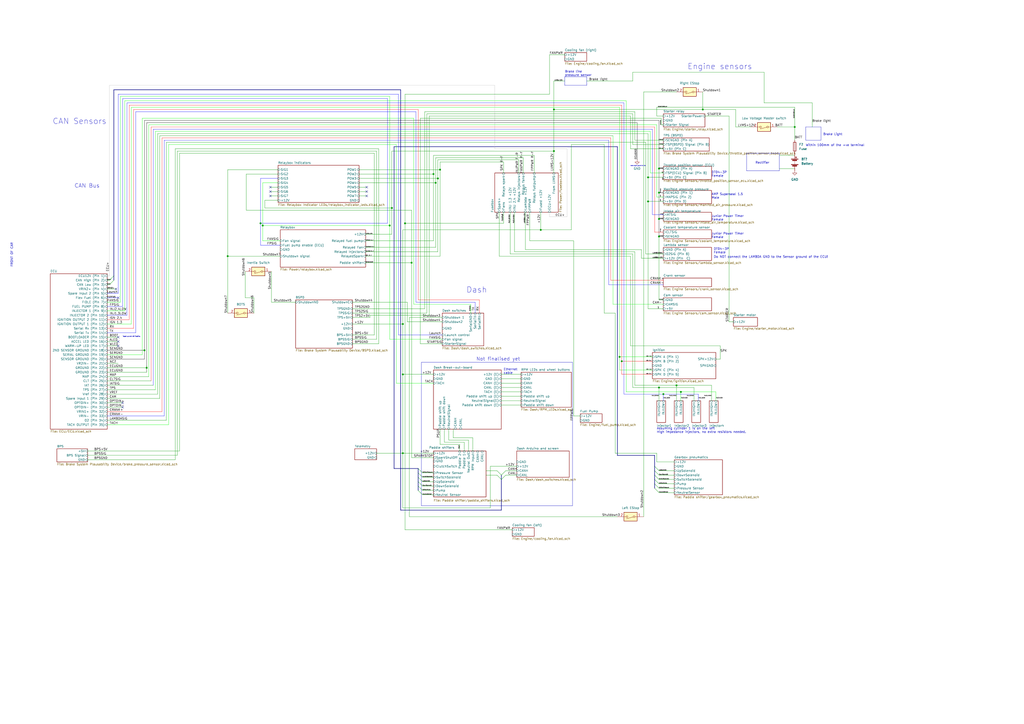
<source format=kicad_sch>
(kicad_sch (version 20230121) (generator eeschema)
  (paper "A2")
  (junction (at 382.27 127))
  (junction (at 382.27 97.79))
  (junction (at 392.43 223.52))
  (junction (at 382.27 137.16))
  (junction (at 313.69 133.35))
  (junction (at 254 103.505))
  (junction (at 321.31 87.63))
  (junction (at 132.08 148.59))
  (junction (at 233.68 262.89))
  (junction (at 382.27 224.79))
  (junction (at 384.81 228.6))
  (junction (at 152.4 130.81))
  (junction (at 251.46 100.965))
  (junction (at 359.41 207.01))
  (junction (at 375.92 102.87))
  (junction (at 226.06 130.81))
  (junction (at 252.73 106.045))
  (junction (at 83.82 203.2))
  (junction (at 238.76 152.4))
  (junction (at 461.01 73.66))
  (junction (at 394.97 227.33))
  (junction (at 382.27 111.76))
  (junction (at 233.68 217.17))
  (junction (at 234.95 129.54))
  (junction (at 151.13 129.54))
  (junction (at 233.68 187.96))
  (junction (at 407.67 63.5))
  (junction (at 321.31 63.5))
  (junction (at 227.33 120.65))
  (junction (at 85.09 213.36))
  (junction (at 360.68 209.55))
  (junction (at 375.92 116.84))
  (junction (at 255.27 98.425))
  (no_connect (at 156.845 108.585))
  (no_connect (at 156.845 111.125))
  (no_connect (at 68.58 172.72))
  (no_connect (at 68.58 200.66))
  (no_connect (at 68.58 198.12))
  (no_connect (at 156.845 113.665))
  (no_connect (at 67.31 167.64))
  (no_connect (at 68.58 195.58))
  (no_connect (at 71.12 233.68))
  (no_connect (at 71.12 236.22))
  (no_connect (at 212.725 113.665))
  (no_connect (at 212.725 111.125))
  (no_connect (at 212.725 108.585))
  (bus_entry (at 242.57 281.94) (size 2.54 2.54))
  (bus_entry (at 242.57 271.78) (size 2.54 2.54))
  (bus_entry (at 242.57 274.32) (size 2.54 2.54))
  (bus_entry (at 242.57 276.86) (size 2.54 2.54))
  (bus_entry (at 242.57 279.4) (size 2.54 2.54))
  (bus_entry (at 242.57 284.48) (size 2.54 2.54))
  (bus_entry (at 379.73 283.21) (size 2.54 2.54))
  (bus_entry (at 290.83 278.13) (size 2.54 -2.54))
  (bus_entry (at 290.83 275.59) (size 2.54 -2.54))
  (bus_entry (at 63.5 162.56) (size 2.54 -2.54))
  (bus_entry (at 63.5 165.1) (size 2.54 -2.54))
  (bus_entry (at 379.73 273.05) (size 2.54 2.54))
  (bus_entry (at 379.73 275.59) (size 2.54 2.54))
  (bus_entry (at 379.73 280.67) (size 2.54 2.54))
  (bus_entry (at 379.73 270.51) (size 2.54 2.54))
  (bus_entry (at 379.73 278.13) (size 2.54 2.54))
  (bus_entry (at 288.29 275.59) (size 2.54 2.54))
  (bus_entry (at 288.29 273.05) (size 2.54 2.54))
  (wire (pts (xy 422.91 186.69) (xy 425.45 186.69)))
  (wire (pts (xy 293.37 273.05) (xy 299.72 273.05)))
  (wire (pts (xy 78.74 64.77) (xy 78.74 193.04)) (stroke (width 0) (color 0 0 255 1)))
  (wire (pts (xy 227.33 120.65) (xy 153.67 120.65)))
  (wire (pts (xy 402.59 224.79) (xy 402.59 232.41)))
  (wire (pts (xy 151.13 142.24) (xy 162.56 142.24)) (stroke (width 0) (color 0 0 255 1)))
  (wire (pts (xy 274.32 254) (xy 274.32 261.62)))
  (wire (pts (xy 251.46 100.965) (xy 251.46 139.7)))
  (wire (pts (xy 227.33 120.65) (xy 227.33 87.63)))
  (wire (pts (xy 450.85 73.66) (xy 461.01 73.66)))
  (bus (pts (xy 232.41 295.91) (xy 290.83 295.91)))
  (wire (pts (xy 214.63 182.88) (xy 248.92 182.88)))
  (wire (pts (xy 328.93 86.36) (xy 287.02 86.36)) (stroke (width 0) (color 194 194 194 1)))
  (wire (pts (xy 373.38 53.34) (xy 373.38 299.72)))
  (wire (pts (xy 77.47 63.5) (xy 242.57 63.5)) (stroke (width 0) (color 255 0 0 1)))
  (wire (pts (xy 234.95 54.61) (xy 234.95 129.54)))
  (wire (pts (xy 422.91 67.31) (xy 422.91 186.69)))
  (wire (pts (xy 62.23 205.74) (xy 82.55 205.74)) (stroke (width 0) (color 0 255 0 1)))
  (wire (pts (xy 62.23 167.64) (xy 67.31 167.64)))
  (wire (pts (xy 204.47 194.31) (xy 217.17 194.31)))
  (wire (pts (xy 96.52 243.84) (xy 96.52 82.55)))
  (wire (pts (xy 252.73 106.045) (xy 252.73 143.51)))
  (wire (pts (xy 82.55 68.58) (xy 82.55 205.74)) (stroke (width 0) (color 0 255 0 1)))
  (wire (pts (xy 290.83 232.41) (xy 302.26 232.41)))
  (wire (pts (xy 382.27 111.76) (xy 382.27 97.79)) (stroke (width 0) (color 0 0 0 1)))
  (wire (pts (xy 373.38 53.34) (xy 392.43 53.34)))
  (wire (pts (xy 295.91 123.19) (xy 295.91 147.32)))
  (wire (pts (xy 290.83 217.17) (xy 302.26 217.17)))
  (wire (pts (xy 382.27 111.76) (xy 382.27 127)) (stroke (width 0) (color 0 0 0 1)))
  (wire (pts (xy 281.94 273.05) (xy 288.29 273.05)))
  (wire (pts (xy 359.41 214.63) (xy 378.46 214.63)) (stroke (width 0) (color 0 255 0 1)))
  (wire (pts (xy 71.12 57.15) (xy 224.79 57.15)) (stroke (width 0) (color 0 0 255 1)))
  (wire (pts (xy 83.82 208.28) (xy 83.82 203.2)) (stroke (width 0) (color 0 0 0 1)))
  (wire (pts (xy 62.23 238.76) (xy 93.98 238.76)) (stroke (width 0) (color 255 0 0 1)))
  (wire (pts (xy 233.68 217.17) (xy 251.46 217.17)))
  (wire (pts (xy 426.72 63.5) (xy 426.72 73.66)))
  (wire (pts (xy 152.4 130.81) (xy 152.4 106.045)) (stroke (width 0) (color 0 255 0 1)))
  (wire (pts (xy 97.79 246.38) (xy 97.79 83.82)) (stroke (width 0) (color 0 255 0 1)))
  (wire (pts (xy 382.27 273.05) (xy 391.16 273.05)))
  (wire (pts (xy 247.65 66.04) (xy 367.03 66.04)))
  (wire (pts (xy 62.23 223.52) (xy 88.9 223.52)))
  (wire (pts (xy 374.65 147.32) (xy 384.81 147.32)))
  (wire (pts (xy 290.83 219.71) (xy 302.26 219.71)))
  (wire (pts (xy 227.33 135.89) (xy 227.33 120.65)))
  (wire (pts (xy 318.77 123.19) (xy 318.77 125.73)) (stroke (width 0) (color 194 194 194 1)))
  (wire (pts (xy 353.06 165.1) (xy 384.81 165.1)) (stroke (width 0) (color 0 0 255 1)))
  (polyline (pts (xy 332.105 293.37) (xy 332.105 210.185)))
  (wire (pts (xy 417.83 200.66) (xy 417.83 208.28)))
  (bus (pts (xy 232.41 52.07) (xy 66.04 52.07)))
  (wire (pts (xy 377.19 76.2) (xy 377.19 100.33)) (stroke (width 0) (color 0 255 0 1)))
  (wire (pts (xy 289.56 148.59) (xy 365.76 148.59)))
  (wire (pts (xy 367.03 66.04) (xy 367.03 83.82)))
  (wire (pts (xy 241.3 175.26) (xy 275.59 175.26)) (stroke (width 0) (color 0 0 255 1)))
  (wire (pts (xy 233.68 294.64) (xy 284.48 294.64)))
  (wire (pts (xy 62.23 170.18) (xy 68.58 170.18)) (stroke (width 0) (color 0 0 255 1)))
  (wire (pts (xy 83.82 69.85) (xy 83.82 203.2)) (stroke (width 0) (color 0 0 0 1)))
  (wire (pts (xy 382.27 224.79) (xy 382.27 232.41)))
  (wire (pts (xy 384.81 67.31) (xy 381 67.31)))
  (wire (pts (xy 101.6 86.36) (xy 219.71 86.36)))
  (wire (pts (xy 208.28 113.665) (xy 212.725 113.665)))
  (wire (pts (xy 62.23 246.38) (xy 97.79 246.38)) (stroke (width 0) (color 0 255 0 1)))
  (wire (pts (xy 392.43 223.52) (xy 412.75 223.52)))
  (wire (pts (xy 241.3 64.77) (xy 241.3 175.26)) (stroke (width 0) (color 0 0 255 1)))
  (wire (pts (xy 383.54 68.58) (xy 383.54 72.39)))
  (wire (pts (xy 208.28 108.585) (xy 212.725 108.585)))
  (wire (pts (xy 72.39 58.42) (xy 363.22 58.42)) (stroke (width 0) (color 0 255 0 1)))
  (wire (pts (xy 62.23 165.1) (xy 63.5 165.1)))
  (bus (pts (xy 242.57 279.4) (xy 242.57 281.94)))
  (wire (pts (xy 382.27 69.85) (xy 382.27 97.79)) (stroke (width 0) (color 0 0 0 1)))
  (wire (pts (xy 243.84 68.58) (xy 383.54 68.58)))
  (wire (pts (xy 82.55 68.58) (xy 240.03 68.58)) (stroke (width 0) (color 0 255 0 1)))
  (wire (pts (xy 161.29 108.585) (xy 156.845 108.585)))
  (wire (pts (xy 208.28 106.045) (xy 252.73 106.045)))
  (wire (pts (xy 313.69 123.19) (xy 313.69 133.35)))
  (wire (pts (xy 151.13 129.54) (xy 224.79 129.54)) (stroke (width 0) (color 0 0 255 1)))
  (bus (pts (xy 379.73 273.05) (xy 379.73 275.59)))
  (wire (pts (xy 255.27 98.425) (xy 255.27 93.98)))
  (wire (pts (xy 224.79 57.15) (xy 224.79 129.54)) (stroke (width 0) (color 0 0 255 1)))
  (wire (pts (xy 151.13 129.54) (xy 151.13 103.505)) (stroke (width 0) (color 0 0 255 1)))
  (wire (pts (xy 408.94 67.31) (xy 422.91 67.31)))
  (wire (pts (xy 102.87 87.63) (xy 102.87 264.16)))
  (wire (pts (xy 245.11 284.48) (xy 251.46 284.48)))
  (wire (pts (xy 260.35 248.92) (xy 260.35 255.27)))
  (wire (pts (xy 289.56 123.19) (xy 289.56 148.59)))
  (wire (pts (xy 153.67 116.205) (xy 161.29 116.205)))
  (wire (pts (xy 292.1 129.54) (xy 234.95 129.54)))
  (wire (pts (xy 92.71 78.74) (xy 92.71 231.14)))
  (wire (pts (xy 147.32 172.72) (xy 147.32 181.61)))
  (wire (pts (xy 369.57 71.12) (xy 369.57 92.71)) (stroke (width 0) (color 0 0 0 1)))
  (wire (pts (xy 273.05 176.53) (xy 273.05 181.61)) (stroke (width 0) (color 0 255 0 1)))
  (wire (pts (xy 152.4 130.81) (xy 226.06 130.81)) (stroke (width 0) (color 0 255 0 1)))
  (wire (pts (xy 379.73 134.62) (xy 384.81 134.62)) (stroke (width 0) (color 255 0 0 1)))
  (wire (pts (xy 233.68 133.35) (xy 233.68 187.96)))
  (wire (pts (xy 92.71 78.74) (xy 355.6 78.74)))
  (bus (pts (xy 242.57 274.32) (xy 242.57 276.86)))
  (wire (pts (xy 251.46 90.17) (xy 309.88 90.17)))
  (polyline (pts (xy 467.36 73.66) (xy 476.25 73.66)))
  (wire (pts (xy 360.68 60.96) (xy 360.68 209.55)) (stroke (width 0) (color 255 0 0 1)))
  (wire (pts (xy 142.24 157.48) (xy 142.24 172.72)))
  (wire (pts (xy 367.03 224.79) (xy 382.27 224.79)))
  (bus (pts (xy 379.73 280.67) (xy 379.73 283.21)))
  (wire (pts (xy 372.11 149.86) (xy 384.81 149.86)))
  (wire (pts (xy 269.24 256.54) (xy 269.24 261.62)))
  (wire (pts (xy 382.27 127) (xy 382.27 137.16)) (stroke (width 0) (color 0 0 0 1)))
  (wire (pts (xy 262.89 248.92) (xy 262.89 254)))
  (wire (pts (xy 384.81 173.99) (xy 382.27 173.99)))
  (wire (pts (xy 152.4 139.7) (xy 162.56 139.7)) (stroke (width 0) (color 0 255 0 1)))
  (wire (pts (xy 251.46 265.43) (xy 238.76 265.43)))
  (wire (pts (xy 218.44 262.89) (xy 233.68 262.89)))
  (wire (pts (xy 151.13 129.54) (xy 151.13 142.24)) (stroke (width 0) (color 0 0 255 1)))
  (polyline (pts (xy 433.07 99.06) (xy 452.12 99.06)))
  (polyline (pts (xy 467.36 73.66) (xy 467.36 81.28)))
  (wire (pts (xy 461.01 73.66) (xy 461.01 81.28)))
  (wire (pts (xy 309.88 90.17) (xy 309.88 100.33)))
  (wire (pts (xy 62.23 198.12) (xy 68.58 198.12)))
  (wire (pts (xy 290.83 234.95) (xy 302.26 234.95)))
  (wire (pts (xy 245.11 281.94) (xy 251.46 281.94)))
  (bus (pts (xy 228.6 85.09) (xy 358.14 85.09)))
  (wire (pts (xy 256.54 186.69) (xy 236.22 186.69)))
  (wire (pts (xy 255.27 248.92) (xy 255.27 257.81)))
  (wire (pts (xy 382.27 275.59) (xy 391.16 275.59)))
  (polyline (pts (xy 433.07 88.9) (xy 452.12 88.9)))
  (bus (pts (xy 242.57 276.86) (xy 242.57 279.4)))
  (polyline (pts (xy 476.25 73.66) (xy 476.25 81.28)))
  (wire (pts (xy 76.2 62.23) (xy 76.2 187.96)) (stroke (width 0) (color 0 255 0 1)))
  (wire (pts (xy 292.1 93.98) (xy 292.1 100.33)))
  (wire (pts (xy 255.27 93.98) (xy 292.1 93.98)))
  (wire (pts (xy 226.06 55.88) (xy 226.06 130.81)) (stroke (width 0) (color 0 255 0 1)))
  (polyline (pts (xy 244.475 210.185) (xy 244.475 293.37)))
  (wire (pts (xy 62.23 215.9) (xy 85.09 215.9)))
  (wire (pts (xy 151.13 103.505) (xy 161.29 103.505)) (stroke (width 0) (color 0 0 255 1)))
  (wire (pts (xy 212.09 152.4) (xy 238.76 152.4)))
  (wire (pts (xy 381 114.3) (xy 384.81 114.3)) (stroke (width 0) (color 0 255 0 1)))
  (wire (pts (xy 245.11 279.4) (xy 251.46 279.4)))
  (wire (pts (xy 233.68 187.96) (xy 233.68 217.17)))
  (wire (pts (xy 152.4 106.045) (xy 161.29 106.045)) (stroke (width 0) (color 0 255 0 1)))
  (wire (pts (xy 394.97 227.33) (xy 415.29 227.33)) (stroke (width 0) (color 0 255 0 1)))
  (wire (pts (xy 83.82 69.85) (xy 382.27 69.85)) (stroke (width 0) (color 0 0 0 1)))
  (wire (pts (xy 242.57 63.5) (xy 242.57 173.99)) (stroke (width 0) (color 255 0 0 1)))
  (wire (pts (xy 354.33 162.56) (xy 384.81 162.56)) (stroke (width 0) (color 255 0 0 1)))
  (wire (pts (xy 85.09 71.12) (xy 369.57 71.12)) (stroke (width 0) (color 0 0 0 1)))
  (wire (pts (xy 365.76 200.66) (xy 417.83 200.66)))
  (wire (pts (xy 332.74 139.7) (xy 332.74 241.3)))
  (wire (pts (xy 231.14 194.31) (xy 256.54 194.31)) (stroke (width 0) (color 0 0 255 1)))
  (wire (pts (xy 375.92 116.84) (xy 375.92 102.87)))
  (wire (pts (xy 254 92.71) (xy 300.99 92.71)))
  (wire (pts (xy 384.81 97.79) (xy 382.27 97.79)) (stroke (width 0) (color 0 0 0 1)))
  (wire (pts (xy 360.68 209.55) (xy 378.46 209.55)) (stroke (width 0) (color 255 0 0 1)))
  (wire (pts (xy 360.68 209.55) (xy 360.68 217.17)) (stroke (width 0) (color 255 0 0 1)))
  (wire (pts (xy 62.23 175.26) (xy 69.85 175.26)) (stroke (width 0) (color 0 255 0 1)))
  (wire (pts (xy 142.875 100.965) (xy 161.29 100.965)))
  (wire (pts (xy 350.52 181.61) (xy 356.87 181.61)))
  (wire (pts (xy 101.6 86.36) (xy 101.6 266.7)))
  (wire (pts (xy 204.47 181.61) (xy 247.65 181.61)))
  (wire (pts (xy 85.09 213.36) (xy 85.09 215.9)) (stroke (width 0) (color 0 0 0 1)))
  (wire (pts (xy 321.31 46.99) (xy 327.66 46.99)))
  (wire (pts (xy 304.8 123.19) (xy 304.8 144.78)))
  (wire (pts (xy 384.81 228.6) (xy 405.13 228.6)) (stroke (width 0) (color 0 0 255 1)))
  (wire (pts (xy 365.76 67.31) (xy 248.92 67.31)))
  (wire (pts (xy 353.06 81.28) (xy 353.06 165.1)) (stroke (width 0) (color 0 0 255 1)))
  (wire (pts (xy 405.13 228.6) (xy 405.13 232.41)) (stroke (width 0) (color 0 0 255 1)))
  (wire (pts (xy 452.12 97.79) (xy 461.01 97.79)))
  (wire (pts (xy 227.33 87.63) (xy 321.31 87.63)))
  (wire (pts (xy 74.93 60.96) (xy 360.68 60.96)) (stroke (width 0) (color 255 0 0 1)))
  (wire (pts (xy 204.47 184.15) (xy 214.63 184.15)))
  (wire (pts (xy 307.34 139.7) (xy 307.34 123.19)))
  (wire (pts (xy 212.09 148.59) (xy 255.27 148.59)))
  (wire (pts (xy 257.81 256.54) (xy 269.24 256.54)))
  (wire (pts (xy 375.92 102.87) (xy 384.81 102.87)))
  (wire (pts (xy 350.52 83.82) (xy 350.52 181.61)))
  (wire (pts (xy 240.03 68.58) (xy 240.03 176.53)) (stroke (width 0) (color 0 255 0 1)))
  (wire (pts (xy 62.23 200.66) (xy 68.58 200.66)))
  (wire (pts (xy 361.95 228.6) (xy 384.81 228.6)) (stroke (width 0) (color 0 0 255 1)))
  (wire (pts (xy 331.47 83.82) (xy 350.52 83.82)))
  (wire (pts (xy 152.4 130.81) (xy 152.4 139.7)) (stroke (width 0) (color 0 255 0 1)))
  (wire (pts (xy 383.54 72.39) (xy 384.81 72.39)))
  (wire (pts (xy 378.46 124.46) (xy 384.81 124.46)) (stroke (width 0) (color 0 0 255 1)))
  (wire (pts (xy 252.73 91.44) (xy 303.53 91.44)))
  (wire (pts (xy 375.92 116.84) (xy 375.92 179.07)))
  (bus (pts (xy 66.04 160.02) (xy 66.04 162.56)))
  (wire (pts (xy 307.34 139.7) (xy 332.74 139.7)))
  (polyline (pts (xy 452.12 99.06) (xy 452.12 88.9)))
  (wire (pts (xy 251.46 262.89) (xy 233.68 262.89)))
  (wire (pts (xy 238.76 121.92) (xy 142.875 121.92)))
  (wire (pts (xy 208.28 103.505) (xy 254 103.505)))
  (wire (pts (xy 90.17 76.2) (xy 377.19 76.2)) (stroke (width 0) (color 0 255 0 1)))
  (wire (pts (xy 415.29 227.33) (xy 415.29 232.41)) (stroke (width 0) (color 0 255 0 1)))
  (wire (pts (xy 367.03 41.91) (xy 443.23 41.91)))
  (wire (pts (xy 62.23 233.68) (xy 71.12 233.68)))
  (wire (pts (xy 287.02 49.53) (xy 287.02 86.36)) (stroke (width 0) (color 194 194 194 1)))
  (wire (pts (xy 367.03 83.82) (xy 384.81 83.82)))
  (wire (pts (xy 375.92 77.47) (xy 375.92 102.87)))
  (wire (pts (xy 62.23 208.28) (xy 83.82 208.28)) (stroke (width 0) (color 0 0 0 1)))
  (wire (pts (xy 417.83 208.28) (xy 415.29 208.28)))
  (wire (pts (xy 88.9 74.93) (xy 378.46 74.93)) (stroke (width 0) (color 0 0 255 1)))
  (wire (pts (xy 86.36 72.39) (xy 381 72.39)) (stroke (width 0) (color 0 255 0 1)))
  (wire (pts (xy 234.95 54.61) (xy 318.77 54.61)))
  (wire (pts (xy 236.22 186.69) (xy 236.22 175.26)))
  (wire (pts (xy 204.47 199.39) (xy 219.71 199.39)))
  (wire (pts (xy 68.58 170.18) (xy 68.58 54.61)) (stroke (width 0) (color 0 0 255 1)))
  (polyline (pts (xy 340.36 49.53) (xy 340.36 44.45)))
  (wire (pts (xy 365.76 86.36) (xy 365.76 67.31)))
  (wire (pts (xy 62.23 226.06) (xy 90.17 226.06)))
  (wire (pts (xy 237.49 184.15) (xy 256.54 184.15)))
  (bus (pts (xy 228.6 85.09) (xy 228.6 271.78)))
  (wire (pts (xy 394.97 227.33) (xy 394.97 232.41)) (stroke (width 0) (color 0 255 0 1)))
  (wire (pts (xy 255.27 148.59) (xy 255.27 98.425)))
  (wire (pts (xy 204.47 175.26) (xy 236.22 175.26)))
  (wire (pts (xy 254 92.71) (xy 254 103.505)))
  (wire (pts (xy 381 62.23) (xy 461.01 62.23)))
  (wire (pts (xy 62.23 172.72) (xy 68.58 172.72)) (stroke (width 0) (color 0 0 255 1)))
  (wire (pts (xy 381 72.39) (xy 381 114.3)) (stroke (width 0) (color 0 255 0 1)))
  (wire (pts (xy 62.23 203.2) (xy 83.82 203.2)) (stroke (width 0) (color 0 0 0 1)))
  (polyline (pts (xy 332.105 210.185) (xy 244.475 210.185)))
  (wire (pts (xy 290.83 227.33) (xy 302.26 227.33)))
  (wire (pts (xy 71.12 57.15) (xy 71.12 177.8)) (stroke (width 0) (color 0 0 255 1)))
  (wire (pts (xy 443.23 41.91) (xy 443.23 59.69)))
  (wire (pts (xy 375.92 179.07) (xy 384.81 179.07)))
  (bus (pts (xy 379.73 278.13) (xy 379.73 280.67)))
  (wire (pts (xy 384.81 228.6) (xy 384.81 232.41)) (stroke (width 0) (color 0 0 255 1)))
  (wire (pts (xy 256.54 196.85) (xy 226.06 196.85)) (stroke (width 0) (color 0 255 0 1)))
  (wire (pts (xy 62.23 193.04) (xy 78.74 193.04)) (stroke (width 0) (color 0 0 255 1)))
  (wire (pts (xy 340.36 46.99) (xy 367.03 46.99)))
  (wire (pts (xy 382.27 280.67) (xy 391.16 280.67)))
  (wire (pts (xy 368.3 81.28) (xy 384.81 81.28)))
  (wire (pts (xy 238.76 121.92) (xy 238.76 152.4)))
  (wire (pts (xy 292.1 123.19) (xy 292.1 129.54)))
  (wire (pts (xy 237.49 184.15) (xy 237.49 299.72)))
  (bus (pts (xy 228.6 271.78) (xy 242.57 271.78)))
  (wire (pts (xy 142.24 172.72) (xy 147.32 172.72)))
  (wire (pts (xy 359.41 62.23) (xy 359.41 207.01)) (stroke (width 0) (color 0 255 0 1)))
  (wire (pts (xy 248.92 67.31) (xy 248.92 182.88)))
  (polyline (pts (xy 327.66 44.45) (xy 327.66 49.53)))
  (wire (pts (xy 50.8 261.62) (xy 104.14 261.62)))
  (wire (pts (xy 62.23 187.96) (xy 76.2 187.96)) (stroke (width 0) (color 0 255 0 1)))
  (wire (pts (xy 372.11 144.78) (xy 372.11 149.86)))
  (wire (pts (xy 85.09 71.12) (xy 85.09 213.36)) (stroke (width 0) (color 0 0 0 1)))
  (bus (pts (xy 358.14 264.16) (xy 379.73 264.16)))
  (wire (pts (xy 74.93 60.96) (xy 74.93 185.42)) (stroke (width 0) (color 255 0 0 1)))
  (wire (pts (xy 368.3 64.77) (xy 368.3 81.28)))
  (wire (pts (xy 318.77 125.73) (xy 328.93 125.73)) (stroke (width 0) (color 194 194 194 1)))
  (wire (pts (xy 290.83 222.25) (xy 302.26 222.25)))
  (wire (pts (xy 50.8 264.16) (xy 102.87 264.16)))
  (wire (pts (xy 382.27 224.79) (xy 402.59 224.79)))
  (wire (pts (xy 62.23 220.98) (xy 87.63 220.98)))
  (wire (pts (xy 251.46 139.7) (xy 212.09 139.7)))
  (wire (pts (xy 93.98 238.76) (xy 93.98 80.01)) (stroke (width 0) (color 255 0 0 1)))
  (wire (pts (xy 161.29 111.125) (xy 156.845 111.125)))
  (wire (pts (xy 290.83 229.87) (xy 302.26 229.87)))
  (wire (pts (xy 245.11 287.02) (xy 251.46 287.02)))
  (wire (pts (xy 374.65 82.55) (xy 374.65 147.32)))
  (wire (pts (xy 161.29 113.665) (xy 156.845 113.665)))
  (wire (pts (xy 62.23 185.42) (xy 74.93 185.42)) (stroke (width 0) (color 255 0 0 1)))
  (wire (pts (xy 95.25 241.3) (xy 95.25 81.28)) (stroke (width 0) (color 0 0 255 1)))
  (wire (pts (xy 266.7 257.81) (xy 266.7 261.62)))
  (polyline (pts (xy 244.475 293.37) (xy 332.105 293.37)))
  (wire (pts (xy 331.47 133.35) (xy 331.47 83.82)))
  (wire (pts (xy 238.76 265.43) (xy 238.76 152.4)))
  (wire (pts (xy 354.33 80.01) (xy 354.33 162.56)) (stroke (width 0) (color 255 0 0 1)))
  (wire (pts (xy 243.84 199.39) (xy 256.54 199.39)))
  (wire (pts (xy 298.45 146.05) (xy 368.3 146.05)))
  (wire (pts (xy 212.09 135.89) (xy 227.33 135.89)))
  (bus (pts (xy 232.41 52.07) (xy 232.41 295.91)))
  (wire (pts (xy 62.23 190.5) (xy 77.47 190.5)) (stroke (width 0) (color 255 0 0 1)))
  (wire (pts (xy 290.83 224.79) (xy 302.26 224.79)))
  (bus (pts (xy 290.83 275.59) (xy 290.83 278.13)))
  (wire (pts (xy 328.93 125.73) (xy 328.93 86.36)) (stroke (width 0) (color 194 194 194 1)))
  (wire (pts (xy 212.09 146.05) (xy 254 146.05)))
  (wire (pts (xy 93.98 80.01) (xy 354.33 80.01)) (stroke (width 0) (color 255 0 0 1)))
  (wire (pts (xy 321.31 87.63) (xy 321.31 100.33)))
  (wire (pts (xy 88.9 223.52) (xy 88.9 74.93)) (stroke (width 0) (color 0 0 255 1)))
  (wire (pts (xy 355.6 176.53) (xy 384.81 176.53)) (stroke (width 0) (color 0 255 0 1)))
  (wire (pts (xy 246.38 179.07) (xy 246.38 64.77)))
  (wire (pts (xy 367.03 46.99) (xy 367.03 41.91)))
  (wire (pts (xy 245.11 276.86) (xy 251.46 276.86)))
  (wire (pts (xy 443.23 59.69) (xy 471.17 59.69)))
  (wire (pts (xy 157.48 175.26) (xy 157.48 157.48)))
  (wire (pts (xy 298.45 123.19) (xy 298.45 146.05)))
  (wire (pts (xy 262.89 254) (xy 274.32 254)))
  (polyline (pts (xy 327.66 44.45) (xy 340.36 44.45)))
  (wire (pts (xy 260.35 255.27) (xy 271.78 255.27)))
  (wire (pts (xy 90.17 226.06) (xy 90.17 76.2)) (stroke (width 0) (color 0 255 0 1)))
  (wire (pts (xy 242.57 173.99) (xy 278.13 173.99)) (stroke (width 0) (color 255 0 0 1)))
  (wire (pts (xy 204.47 179.07) (xy 246.38 179.07)))
  (wire (pts (xy 132.08 148.59) (xy 132.08 181.61)))
  (wire (pts (xy 73.66 59.69) (xy 361.95 59.69)) (stroke (width 0) (color 0 0 255 1)))
  (wire (pts (xy 284.48 270.51) (xy 299.72 270.51)))
  (wire (pts (xy 226.06 130.81) (xy 226.06 196.85)) (stroke (width 0) (color 0 255 0 1)))
  (wire (pts (xy 87.63 220.98) (xy 87.63 73.66)) (stroke (width 0) (color 255 0 0 1)))
  (wire (pts (xy 284.48 294.64) (xy 284.48 270.51)))
  (wire (pts (xy 62.23 180.34) (xy 72.39 180.34)) (stroke (width 0) (color 0 255 0 1)))
  (wire (pts (xy 368.3 146.05) (xy 368.3 223.52)))
  (wire (pts (xy 91.44 77.47) (xy 375.92 77.47)))
  (bus (pts (xy 242.57 271.78) (xy 242.57 274.32)))
  (wire (pts (xy 233.68 262.89) (xy 233.68 294.64)))
  (wire (pts (xy 332.74 241.3) (xy 336.55 241.3)))
  (wire (pts (xy 293.37 275.59) (xy 299.72 275.59)))
  (wire (pts (xy 219.71 86.36) (xy 219.71 199.39)))
  (wire (pts (xy 217.17 194.31) (xy 217.17 88.9)))
  (wire (pts (xy 378.46 74.93) (xy 378.46 124.46)) (stroke (width 0) (color 0 0 255 1)))
  (wire (pts (xy 157.48 175.26) (xy 171.45 175.26)))
  (wire (pts (xy 69.85 55.88) (xy 69.85 175.26)) (stroke (width 0) (color 0 255 0 1)))
  (polyline (pts (xy 433.07 88.9) (xy 433.07 99.06)))
  (wire (pts (xy 382.27 278.13) (xy 391.16 278.13)))
  (wire (pts (xy 377.19 100.33) (xy 384.81 100.33)) (stroke (width 0) (color 0 255 0 1)))
  (wire (pts (xy 255.27 257.81) (xy 266.7 257.81)))
  (wire (pts (xy 379.73 73.66) (xy 379.73 134.62)) (stroke (width 0) (color 255 0 0 1)))
  (wire (pts (xy 407.67 53.34) (xy 407.67 63.5)))
  (wire (pts (xy 384.81 127) (xy 382.27 127)) (stroke (width 0) (color 0 0 0 1)))
  (wire (pts (xy 271.78 255.27) (xy 271.78 261.62)))
  (wire (pts (xy 327.66 31.75) (xy 318.77 31.75)))
  (wire (pts (xy 234.95 307.34) (xy 297.18 307.34)))
  (wire (pts (xy 62.23 195.58) (xy 68.58 195.58)))
  (wire (pts (xy 86.36 218.44) (xy 86.36 72.39)) (stroke (width 0) (color 0 255 0 1)))
  (wire (pts (xy 313.69 133.35) (xy 233.68 133.35)))
  (wire (pts (xy 234.95 129.54) (xy 234.95 307.34)))
  (wire (pts (xy 407.67 63.5) (xy 426.72 63.5)))
  (wire (pts (xy 208.28 98.425) (xy 255.27 98.425)))
  (wire (pts (xy 218.44 196.85) (xy 218.44 87.63)))
  (wire (pts (xy 62.23 218.44) (xy 86.36 218.44)))
  (wire (pts (xy 68.58 54.61) (xy 231.14 54.61)) (stroke (width 0) (color 0 0 255 1)))
  (wire (pts (xy 231.14 54.61) (xy 231.14 194.31)) (stroke (width 0) (color 0 0 255 1)))
  (wire (pts (xy 356.87 262.89) (xy 381 262.89)))
  (wire (pts (xy 363.22 58.42) (xy 363.22 227.33)) (stroke (width 0) (color 0 255 0 1)))
  (wire (pts (xy 72.39 58.42) (xy 72.39 180.34)) (stroke (width 0) (color 0 255 0 1)))
  (wire (pts (xy 212.09 143.51) (xy 252.73 143.51)))
  (wire (pts (xy 287.02 49.53) (xy 63.5 49.53)) (stroke (width 0) (color 194 194 194 1)))
  (wire (pts (xy 208.28 111.125) (xy 212.725 111.125)))
  (wire (pts (xy 426.72 73.66) (xy 435.61 73.66)))
  (wire (pts (xy 96.52 82.55) (xy 374.65 82.55)))
  (bus (pts (xy 66.04 52.07) (xy 66.04 160.02)))
  (wire (pts (xy 382.27 173.99) (xy 382.27 137.16)))
  (wire (pts (xy 153.67 120.65) (xy 153.67 116.205)))
  (wire (pts (xy 384.81 137.16) (xy 382.27 137.16)) (stroke (width 0) (color 0 0 0 1)))
  (wire (pts (xy 321.31 63.5) (xy 321.31 46.99)))
  (wire (pts (xy 91.44 228.6) (xy 91.44 77.47)))
  (wire (pts (xy 365.76 148.59) (xy 365.76 200.66)))
  (wire (pts (xy 162.56 148.59) (xy 132.08 148.59)))
  (bus (pts (xy 242.57 281.94) (xy 242.57 284.48)))
  (wire (pts (xy 321.31 63.5) (xy 407.67 63.5)))
  (wire (pts (xy 356.87 181.61) (xy 356.87 262.89)))
  (bus (pts (xy 358.14 85.09) (xy 358.14 264.16)))
  (wire (pts (xy 247.65 181.61) (xy 247.65 66.04)))
  (wire (pts (xy 101.6 266.7) (xy 50.8 266.7)))
  (wire (pts (xy 214.63 184.15) (xy 214.63 182.88)))
  (wire (pts (xy 471.17 59.69) (xy 471.17 73.66)))
  (wire (pts (xy 318.77 31.75) (xy 318.77 54.61)))
  (wire (pts (xy 63.5 49.53) (xy 63.5 160.02)) (stroke (width 0) (color 194 194 194 1)))
  (wire (pts (xy 161.29 98.425) (xy 132.08 98.425)))
  (bus (pts (xy 379.73 275.59) (xy 379.73 278.13)))
  (wire (pts (xy 204.47 187.96) (xy 233.68 187.96)))
  (polyline (pts (xy 327.66 49.53) (xy 340.36 49.53)))
  (wire (pts (xy 204.47 196.85) (xy 218.44 196.85)))
  (wire (pts (xy 368.3 223.52) (xy 392.43 223.52)))
  (wire (pts (xy 218.44 87.63) (xy 102.87 87.63)))
  (wire (pts (xy 452.12 90.17) (xy 461.01 90.17)))
  (wire (pts (xy 69.85 55.88) (xy 226.06 55.88)) (stroke (width 0) (color 0 255 0 1)))
  (wire (pts (xy 381 67.31) (xy 381 62.23)))
  (wire (pts (xy 229.87 83.82) (xy 229.87 222.25)) (stroke (width 0) (color 0 255 0 1)))
  (wire (pts (xy 321.31 63.5) (xy 321.31 87.63)))
  (wire (pts (xy 281.94 275.59) (xy 288.29 275.59)))
  (wire (pts (xy 73.66 182.88) (xy 62.23 182.88)) (stroke (width 0) (color 0 0 255 1)))
  (wire (pts (xy 104.14 88.9) (xy 104.14 261.62)))
  (wire (pts (xy 62.23 162.56) (xy 63.5 162.56)))
  (wire (pts (xy 62.23 231.14) (xy 92.71 231.14)))
  (wire (pts (xy 62.23 236.22) (xy 71.12 236.22)))
  (wire (pts (xy 461.01 62.23) (xy 461.01 73.66)))
  (wire (pts (xy 229.87 222.25) (xy 251.46 222.25)) (stroke (width 0) (color 0 255 0 1)))
  (wire (pts (xy 62.23 210.82) (xy 68.58 210.82)))
  (wire (pts (xy 76.2 62.23) (xy 359.41 62.23)) (stroke (width 0) (color 0 255 0 1)))
  (wire (pts (xy 355.6 78.74) (xy 355.6 176.53)) (stroke (width 0) (color 0 255 0 1)))
  (wire (pts (xy 359.41 207.01) (xy 378.46 207.01)) (stroke (width 0) (color 0 255 0 1)))
  (polyline (pts (xy 476.25 81.28) (xy 467.36 81.28)))
  (wire (pts (xy 240.03 176.53) (xy 273.05 176.53)) (stroke (width 0) (color 0 255 0 1)))
  (wire (pts (xy 85.09 213.36) (xy 85.09 212.09)))
  (wire (pts (xy 257.81 248.92) (xy 257.81 256.54)))
  (wire (pts (xy 382.27 285.75) (xy 391.16 285.75)))
  (wire (pts (xy 233.68 217.17) (xy 233.68 262.89)))
  (wire (pts (xy 363.22 227.33) (xy 394.97 227.33)) (stroke (width 0) (color 0 255 0 1)))
  (bus (pts (xy 379.73 264.16) (xy 379.73 270.51)))
  (bus (pts (xy 290.83 278.13) (xy 290.83 295.91)))
  (wire (pts (xy 381 262.89) (xy 381 267.97)))
  (wire (pts (xy 382.27 283.21) (xy 391.16 283.21)))
  (wire (pts (xy 208.28 100.965) (xy 251.46 100.965)))
  (wire (pts (xy 243.84 199.39) (xy 243.84 68.58)))
  (wire (pts (xy 95.25 81.28) (xy 353.06 81.28)) (stroke (width 0) (color 0 0 255 1)))
  (wire (pts (xy 313.69 133.35) (xy 331.47 133.35)))
  (wire (pts (xy 295.91 147.32) (xy 367.03 147.32)))
  (wire (pts (xy 62.23 177.8) (xy 71.12 177.8)) (stroke (width 0) (color 0 0 255 1)))
  (wire (pts (xy 62.23 213.36) (xy 85.09 213.36)))
  (wire (pts (xy 245.11 274.32) (xy 251.46 274.32)))
  (wire (pts (xy 412.75 223.52) (xy 412.75 232.41)))
  (wire (pts (xy 254 103.505) (xy 254 146.05)))
  (wire (pts (xy 361.95 59.69) (xy 361.95 228.6)) (stroke (width 0) (color 0 0 255 1)))
  (wire (pts (xy 384.81 86.36) (xy 365.76 86.36)))
  (wire (pts (xy 87.63 73.66) (xy 379.73 73.66)) (stroke (width 0) (color 255 0 0 1)))
  (wire (pts (xy 384.81 111.76) (xy 382.27 111.76)) (stroke (width 0) (color 0 0 0 1)))
  (wire (pts (xy 77.47 63.5) (xy 77.47 190.5)) (stroke (width 0) (color 255 0 0 1)))
  (wire (pts (xy 303.53 91.44) (xy 303.53 100.33)))
  (wire (pts (xy 78.74 64.77) (xy 241.3 64.77)) (stroke (width 0) (color 0 0 255 1)))
  (wire (pts (xy 142.875 100.965) (xy 142.875 121.92)))
  (wire (pts (xy 360.68 217.17) (xy 378.46 217.17)) (stroke (width 0) (color 255 0 0 1)))
  (wire (pts (xy 304.8 144.78) (xy 372.11 144.78)))
  (wire (pts (xy 73.66 59.69) (xy 73.66 182.88)) (stroke (width 0) (color 0 0 255 1)))
  (wire (pts (xy 237.49 299.72) (xy 358.14 299.72)))
  (wire (pts (xy 132.08 98.425) (xy 132.08 148.59)))
  (bus (pts (xy 379.73 270.51) (xy 379.73 273.05)))
  (wire (pts (xy 104.14 88.9) (xy 217.17 88.9)))
  (wire (pts (xy 97.79 83.82) (xy 229.87 83.82)) (stroke (width 0) (color 0 255 0 1)))
  (wire (pts (xy 62.23 243.84) (xy 96.52 243.84)))
  (wire (pts (xy 384.81 116.84) (xy 375.92 116.84)))
  (wire (pts (xy 392.43 223.52) (xy 392.43 232.41)))
  (wire (pts (xy 278.13 173.99) (xy 278.13 181.61)) (stroke (width 0) (color 255 0 0 1)))
  (wire (pts (xy 62.23 228.6) (xy 91.44 228.6)))
  (wire (pts (xy 62.23 160.02) (xy 63.5 160.02)) (stroke (width 0) (color 194 194 194 1)))
  (wire (pts (xy 300.99 92.71) (xy 300.99 100.33)))
  (wire (pts (xy 381 267.97) (xy 391.16 267.97)))
  (wire (pts (xy 251.46 90.17) (xy 251.46 100.965)))
  (wire (pts (xy 246.38 64.77) (xy 368.3 64.77)))
  (wire (pts (xy 275.59 175.26) (xy 275.59 181.61)) (stroke (width 0) (color 0 0 255 1)))
  (wire (pts (xy 367.03 147.32) (xy 367.03 224.79)))
  (wire (pts (xy 359.41 207.01) (xy 359.41 214.63)) (stroke (width 0) (color 0 255 0 1)))
  (wire (pts (xy 252.73 91.44) (xy 252.73 106.045)))
  (wire (pts (xy 62.23 241.3) (xy 95.25 241.3)) (stroke (width 0) (color 0 0 255 1)))
  (text "FRONT OF CAR" (at 7.62 154.94 90) (effects (font (size 1.27 1.27)) (justify left bottom)))
  (text "Good engine ground for ECU" (at 365.76 96.52 0) (effects (font (size 0.4 0.4)) (justify left bottom)))
  (text "AMP Superseal 1.5\nMale\n" (at 412.75 115.57 0) (effects (font (size 1.27 1.27)) (justify left bottom)))
  (text "Ethernet\ncable" (at 292.1 217.17 0) (effects (font (size 1.27 1.27)) (justify left bottom)))
  (text "Taped up and left floating\n" (at 71.12 195.58 0) (effects (font (size 0.5 0.5)) (justify left bottom)))
  (text "CAN Sensors" (at 30.48 72.39 0) (effects (font (size 3.27 3.27)) (justify left bottom)))
  (text "Engine sensors" (at 398.78 40.64 0) (effects (font (size 3.27 3.27)) (justify left bottom)))
  (text "Dash" (at 270.51 170.18 0) (effects (font (size 3.27 3.27)) (justify left bottom)))
  (text "Rectifier" (at 438.15 95.25 0) (effects (font (size 1.27 1.27)) (justify left bottom)))
  (text "Not finalised yet" (at 276.225 209.55 0) (effects (font (size 2 2)) (justify left bottom)))
  (text "Brake line \npressure sensor" (at 327.66 44.45 0) (effects (font (size 1.27 1.27)) (justify left bottom)))
  (text "Brake Light\n" (at 477.52 78.74 0) (effects (font (size 1.27 1.27)) (justify left bottom)))
  (text "Junior Power Timer\nFemale\n" (at 412.75 128.27 0) (effects (font (size 1.27 1.27)) (justify left bottom)))
  (text "Assuming cylinder 1 is on the left\nHigh impedance injectors, no extra resistors needed." (at 381 251.46 0) (effects (font (size 1.27 1.27)) (justify left bottom)))
  (text "DT04-3P\nFemale\n" (at 412.75 102.87 0) (effects (font (size 1.27 1.27)) (justify left bottom)))
  (text "Junior Power Timer\nFemale\n" (at 412.75 138.43 0) (effects (font (size 1.27 1.27)) (justify left bottom)))
  (text "Within 100mm of the +ve terminal\n" (at 467.36 85.09 0) (effects (font (size 1.27 1.27)) (justify left bottom)))
  (text "Do NOT connect the LAMBDA GND to the Sensor ground of the ECU!\n" (at 414.02 149.86 0) (effects (font (size 1.27 1.27)) (justify left bottom)))
  (text "CAN Bus" (at 43.18 109.22 0) (effects (font (size 2.27 2.27)) (justify left bottom)))
  (text "DT04-3P\nFemale\n" (at 414.02 147.32 0) (effects (font (size 1.27 1.27)) (justify left bottom)))
  (label "ShifterPressure" (at 382.27 283.21 0) (effects (font (size 0.5 0.5))))
  (label "ECUGND" (at 63.5 215.9 0))
  (label "TPS2GND" (at 384.81 81.28 180) (effects (font (size 0.4 0.4))))
  (label "STARTSIG" (at 383.54 72.39 90) (effects (font (size 0.4 0.4))))
  (label "TACH" (at 246.38 222.25 0))
  (label "FANPWR" (at 292.1 128.27 90) (effects (font (size 0.7 0.7))))
  (label "CAM-" (at 378.46 176.53 0))
  (label "INJ2,4HIGH" (at 392.43 229.87 180) (effects (font (size 0.5 0.5))))
  (label "FPPWR" (at 332.74 237.49 270))
  (label "Launch" (at 62.23 170.18 0) (effects (font (size 1.1 1.1))))
  (label "VREF" (at 383.54 116.84 90) (effects (font (size 0.4 0.4))))
  (label "IGN 2,4" (at 377.825 217.17 180) (effects (font (size 0.5 0.5))))
  (label "SENGND" (at 384.81 97.79 180) (effects (font (size 0.4 0.4))))
  (label "BPSSIG" (at 205.74 196.85 0))
  (label "Shutdown6" (at 147.32 181.61 90))
  (label "IGN 1,3" (at 63.5 187.96 0))
  (label "TX" (at 275.59 180.34 90))
  (label "STARTERRELAY" (at 381.635 62.23 0) (effects (font (size 0.5 0.5))))
  (label "ShifterPressure" (at 245.11 274.32 0) (effects (font (size 0.5 0.5))))
  (label "LAMBDA+12V" (at 378.46 149.86 0) (effects (font (size 0.6 0.6))))
  (label "BPS+5V" (at 54.61 261.62 0))
  (label "VREF" (at 384.81 102.87 270) (effects (font (size 0.4 0.4))))
  (label "INJ2,4HIGH" (at 412.75 229.87 180) (effects (font (size 0.5 0.5))))
  (label "DownSolenoid" (at 245.11 281.94 0) (effects (font (size 0.5 0.5))))
  (label "Brake light" (at 341.63 46.99 0))
  (label "SENGND" (at 384.81 127 180) (effects (font (size 0.4 0.4))))
  (label "Shutdown5" (at 157.48 157.48 270))
  (label "BPSGND" (at 205.74 199.39 0))
  (label "LAMBDASIG" (at 63.5 243.84 0))
  (label "SPK" (at 417.83 204.47 0))
  (label "INJ1,3LOW" (at 63.5 182.88 0))
  (label "TACH" (at 63.5 246.38 0))
  (label "TPS2+5V" (at 384.81 86.36 180) (effects (font (size 0.4 0.4))))
  (label "CANL" (at 294.64 275.59 0))
  (label "Shutdown1" (at 407.67 53.34 0))
  (label "FPSIG" (at 63.5 177.8 0))
  (label "Shutdown3" (at 245.11 184.15 0))
  (label "DownSolenoid" (at 382.27 275.59 0) (effects (font (size 0.5 0.5))))
  (label "UpSolenoid" (at 245.11 279.4 0) (effects (font (size 0.5 0.5))))
  (label "SENGND" (at 384.81 137.16 180) (effects (font (size 0.4 0.4))))
  (label "CRANK+" (at 63.5 238.76 0))
  (label "SPARKSTOP" (at 240.03 265.43 0))
  (label "FANSIG" (at 248.92 196.85 0))
  (label "ECU+" (at 327.66 125.73 180))
  (label "INJ1,3LOW" (at 384.81 231.14 0) (effects (font (size 0.5 0.5))))
  (label "FANPWR" (at 288.29 307.34 0))
  (label "IGN 2,4" (at 377.825 209.55 180) (effects (font (size 0.5 0.5))))
  (label "TX" (at 63.5 193.04 0))
  (label "TPS" (at 63.5 226.06 0))
  (label "IGN 2,4" (at 63.5 185.42 0))
  (label "BATT" (at 449.58 73.66 0))
  (label "FANPWR R-F" (at 212.09 143.51 0) (effects (font (size 0.5 0.5))))
  (label "CLTSIG" (at 63.5 220.98 0))
  (label "WLED" (at 63.5 200.66 0))
  (label "SPK R-F" (at 212.09 148.59 0) (effects (font (size 0.5 0.5))))
  (label "CRANK-" (at 63.5 241.3 0))
  (label "IATSIG" (at 63.5 223.52 0))
  (label "Shutdown3" (at 349.25 299.72 0))
  (label "SPK" (at 289.56 127 90))
  (label "INJ2,4LOW" (at 394.97 231.14 0) (effects (font (size 0.5 0.5))))
  (label "BATT" (at 461.01 80.645 0))
  (label "INJPWR F-R" (at 300.99 100.33 90))
  (label "STARTERRELAY" (at 461.01 68.58 90) (effects (font (size 0.5 0.5))))
  (label "MAP" (at 63.5 218.44 0))
  (label "INJPWR R-F" (at 212.09 146.05 0) (effects (font (size 0.5 0.5))))
  (label "STARTER" (at 422.91 186.69 90))
  (label "Shutdown7" (at 132.08 181.61 90))
  (label "LVMS+12V" (at 326.39 46.99 180) (effects (font (size 0.6 0.6))))
  (label "LVMS+12V" (at 212.09 135.89 0) (effects (font (size 0.5 0.5))))
  (label "CLTSIG" (at 383.54 134.62 90) (effects (font (size 0.4 0.4))))
  (label "+12V" (at 250.19 217.17 180))
  (label "FPPWR R-F" (at 212.09 139.7 0) (effects (font (size 0.5 0.5))))
  (label "FPPWR" (at 307.34 130.81 90))
  (label "CRANK-" (at 377.19 165.1 0))
  (label "BOOT" (at 63.5 195.58 0))
  (label "+12V" (at 210.82 187.96 180))
  (label "OPTOIN-" (at 63.5 236.22 0))
  (label "INJ2,4LOW" (at 63.5 180.34 0))
  (label "FLEXFUEL" (at 62.23 172.72 0) (effects (font (size 0.7 0.7))))
  (label "IATSIG" (at 384.81 124.46 180) (effects (font (size 0.4 0.4))))
  (label "CANH" (at 294.64 273.05 0))
  (label "SPK R-F" (at 292.1 99.06 90))
  (label "FANSIG" (at 62.23 175.26 0))
  (label "FPSIG" (at 154.94 142.24 0))
  (label "IGN 1,3" (at 377.825 214.63 180) (effects (font (size 0.5 0.5))))
  (label "SENGND" (at 63.5 203.2 0))
  (label "SENGND" (at 63.5 208.28 0))
  (label "MAP" (at 383.54 114.3 90) (effects (font (size 0.4 0.4))))
  (label "SERGND" (at 273.05 180.34 90) (effects (font (size 0.5 0.5))))
  (label "SPARKSTOP" (at 212.09 152.4 0) (effects (font (size 0.5 0.5))))
  (label "NeutralSensor" (at 245.11 287.02 0) (effects (font (size 0.5 0.5))))
  (label "Shutdown7" (at 152.4 148.59 0))
  (label "Launch" (at 248.92 194.31 0))
  (label "VREF" (at 382.27 179.07 90) (effects (font (size 0.4 0.4))))
  (label "ECUGND" (at 369.57 92.456 90) (effects (font (size 1 1))))
  (label "Shutdown5" (at 158.75 175.26 0))
  (label "FANPWR R-F" (at 303.53 100.33 90))
  (label "TPS2SIG" (at 205.74 181.61 0))
  (label "CRANK+" (at 377.19 162.56 0))
  (label "TPS2SIG" (at 384.81 83.82 180) (effects (font (size 0.4 0.4))))
  (label "LVMS+12V" (at 321.31 99.06 90))
  (label "SENGND" (at 383.54 111.76 90) (effects (font (size 0.4 0.4))))
  (label "FANSIG" (at 154.94 139.7 0))
  (label "SERGND" (at 63.5 205.74 0))
  (label "+12V" (at 313.69 129.54 90))
  (label "FPPWR R-F" (at 309.88 99.06 90))
  (label "LAMBDASIG" (at 378.46 147.32 0) (effects (font (size 0.7 0.7))))
  (label "SwitchSolenoid" (at 382.27 278.13 0) (effects (font (size 0.5 0.5))))
  (label "Shutdown2" (at 383.54 53.34 0))
  (label "LVMS+12V" (at 427.99 73.66 0))
  (label "STARTER" (at 410.21 67.31 0))
  (label "INJ2,4LOW" (at 415.29 231.14 0) (effects (font (size 0.5 0.5))))
  (label "Brake light" (at 471.17 71.12 0))
  (label "BPSSIG" (at 54.61 264.16 0))
  (label "INJ1,3LOW" (at 405.13 231.14 0) (effects (font (size 0.5 0.5))))
  (label "SwitchSolenoid" (at 245.11 276.86 0) (effects (font (size 0.5 0.5))))
  (label "PSUP" (at 255.27 254 90))
  (label "Shutdown6" (at 142.24 160.02 90))
  (label "INJ1,3HIGH" (at 382.27 229.87 180) (effects (font (size 0.5 0.5))))
  (label "SENGND" (at 384.81 173.99 180) (effects (font (size 0.4 0.4))))
  (label "ALED" (at 63.5 198.12 0))
  (label "OPTOIN+" (at 63.5 233.68 0))
  (label "TPS2+5V" (at 205.74 184.15 0))
  (label "Shutdown4" (at 205.74 175.26 0))
  (label "ECUGND" (at 63.5 213.36 0))
  (label "NC?" (at 63.5 210.82 0))
  (label "INJ1,3HIGH" (at 402.59 229.87 180) (effects (font (size 0.5 0.5))))
  (label "INJ2,4HIGH" (at 298.45 129.54 90) (effects (font (size 0.6 0.6))))
  (label "RX" (at 278.13 180.34 90))
  (label "BPS+5V" (at 205.74 194.31 0))
  (label "VREF" (at 63.5 228.6 0))
  (label "Shutdown4" (at 245.11 186.69 0))
  (label "CANH" (at 62.23 162.56 0) (effects (font (size 0.5 0.5))))
  (label "NeutralSensor" (at 382.27 285.75 0) (effects (font (size 0.5 0.5))))
  (label "CANL" (at 62.23 165.1 0) (effects (font (size 0.5 0.5))))
  (label "IGN 1,3" (at 377.825 207.01 180) (effects (font (size 0.5 0.5))))
  (label "TPS2GND" (at 205.74 179.07 0))
  (label "TPS" (at 384.81 100.33 180) (effects (font (size 0.4 0.4))))
  (label "STARTSIG" (at 247.65 199.39 0))
  (label "Shutdown2" (at 373.38 294.64 90))
  (label "PSUP" (at 266.7 260.35 90) (effects (font (size 0.5 0.5))))
  (label "UpSolenoid" (at 382.27 273.05 0) (effects (font (size 0.5 0.5))))
  (label "RX" (at 63.5 190.5 0))
  (label "BPSGND" (at 54.61 266.7 0))
  (label "+12V" (at 298.45 270.51 180))
  (label "+12V" (at 248.92 262.89 180))
  (label "VRIN2+" (at 62.23 167.64 0) (effects (font (size 0.7 0.7))))
  (label "ShifterPump" (at 382.27 280.67 0) (effects (font (size 0.5 0.5))))
  (label "ShifterPump" (at 245.11 284.48 0) (effects (font (size 0.5 0.5))))
  (label "LAMBDA+12V" (at 304.8 129.54 90) (effects (font (size 0.6 0.6))))
  (label "CAM" (at 63.5 231.14 0))
  (label "ECU+" (at 63.5 157.48 90))
  (label "FANPWR" (at 318.77 31.75 0))
  (label "INJ1,3HIGH" (at 295.91 129.54 90) (effects (font (size 0.6 0.6))))
  (symbol (lib_id "Switch:SW_DIP_x01") (at 149.86 157.48 180) (unit 1)
    (property "Reference" "SW_Inertia" (effects hide))
    (property "Value" "Inertia Switch" (at 149.86 152.4 0))
  )
  (symbol (lib_id "power:GND") (at 461.01 99.06 0) (unit 1)
    (property "Reference" "#PWR0101" (effects hide))
    (property "Value" "GND" (at 461.01 104.14 0))
  )
  (symbol (lib_id "power:GND") (at 369.57 92.71 0) (unit 1)
    (property "Reference" "#PWR0102" (effects hide))
    (property "Value" "GND" (at 369.57 97.79 0))
  )
  (symbol (lib_id "Switch:SW_DIP_x01") (at 365.76 299.72 180) (unit 1)
    (property "Reference" "SW_LEStop" (effects hide))
    (property "Value" "Left EStop" (at 365.76 294.64 0))
  )
  (symbol (lib_id "Switch:SW_DIP_x01") (at 400.05 53.34 180) (unit 1)
    (property "Reference" "SW_REStop" (effects hide))
    (property "Value" "Right EStop" (at 400.05 48.26 0))
  )
  (symbol (lib_id "Switch:SW_DIP_x01") (at 139.7 181.61 180) (unit 1)
    (property "Reference" "SW_BOTS" (effects hide))
    (property "Value" "BOTS" (at 139.7 176.53 0))
  )
  (symbol (lib_id "Device:Battery") (at 461.01 93.98 0) (unit 1)
    (property "Reference" "BT?" (at 464.82 92.3289 0) (effects (justify left)))
    (property "Value" "Battery" (at 464.82 94.8689 0) (effects (justify left)))
  )
  (symbol (lib_id "Device:Fuse") (at 461.01 85.09 0) (unit 1)
    (property "Reference" "F?" (at 463.55 83.8199 0) (effects (justify left)))
    (property "Value" "Fuse" (at 463.55 86.3599 0) (effects (justify left)))
  )
  (symbol (lib_id "Switch:SW_DIP_x01") (at 443.23 73.66 180) (unit 1)
    (property "Reference" "SW_LVMS" (effects hide))
    (property "Value" "Low Voltage Master switch" (at 443.23 68.58 0))
  )
  (sheet (at 287.02 100.33) (size 36.83 22.86) (stroke (width 0.1524))
    (property "Sheetname" "Fusebox" (at 286.3084 123.19 90) (effects (justify left bottom)))
    (property "Sheetfile" "Power/fusebox.kicad_sch" (at 324.4346 123.19 90) (effects (justify left top)))
    (pin "Relays fuelpump" input (at 309.88 100.33 90))
    (pin "From LVMS" input (at 321.31 100.33 90))
    (pin "Relays spark" input (at 292.1 100.33 90))
    (pin "Relays injectors" input (at 300.99 100.33 90))
    (pin "ECU+12V" input (at 318.77 123.19 270))
    (pin "Fused +12V" input (at 313.69 123.19 270))
    (pin "INJ 2,4 +12V" input (at 298.45 123.19 270))
    (pin "INJ 1,3 +12V" input (at 295.91 123.19 270))
    (pin "Spark+" input (at 289.56 123.19 270))
    (pin "Relays fans" input (at 303.53 100.33 90))
    (pin "Fans" input (at 292.1 123.19 270))
    (pin "Lambda +12V" input (at 304.8 123.19 270))
    (pin "FPPWR" input (at 307.34 123.19 270))
  )
  (sheet (at 171.45 173.99) (size 33.02 27.94) (stroke (width 0.1524))
    (property "Sheetname" "BSPD" (at 171.45 173.2784 0) (effects (justify left bottom)))
    (property "Sheetfile" "Brake System Plausability Device/BSPD.kicad_sch" (at 171.45 202.5146 0) (effects (justify left top)))
    (pin "GND" input (at 204.47 190.5 0))
    (pin "+12V" input (at 204.47 187.96 0))
    (pin "BPS+5V" input (at 204.47 194.31 0))
    (pin "BPSSIG" input (at 204.47 196.85 0))
    (pin "BPSGND" input (at 204.47 199.39 0))
    (pin "TPSGND" input (at 204.47 179.07 0))
    (pin "TPSSIG" input (at 204.47 181.61 0))
    (pin "TPS+5V" input (at 204.47 184.15 0))
    (pin "ShutdownNO" input (at 171.45 175.26 180))
    (pin "ShutdownC" input (at 204.47 175.26 0))
  )
  (sheet (at 251.46 214.63) (size 39.37 34.29) (stroke (width 0.1524))
    (property "Sheetname" "Dash Break-out-board" (at 251.46 213.9184 0) (effects (justify left bottom)))
    (property "Sheetfile" "Dash/dash_break_out_board.kicad_sch" (effects hide))
    (pin "+12V" input (at 251.46 217.17 180))
    (pin "TACH" input (at 251.46 222.25 180))
    (pin "GND" input (at 251.46 219.71 180))
    (pin "+12V (E)" input (at 290.83 217.17 0))
    (pin "GND (E)" input (at 290.83 219.71 0))
    (pin "TACH (E)" input (at 290.83 227.33 0))
    (pin "Paddle shift down (E)" input (at 290.83 234.95 0))
    (pin "Paddle shift up (E)" input (at 290.83 229.87 0))
    (pin "NeutralSignal(E)" input (at 290.83 232.41 0))
    (pin "NeutralSignal" input (at 260.35 248.92 270))
    (pin "Paddle shift down" input (at 257.556 248.92 270))
    (pin "CANL" input (at 267.208 248.92 270))
    (pin "CANH" input (at 264.16 248.92 270))
    (pin "Paddle shift up" input (at 255.27 248.92 270))
    (pin "CANH (E)" input (at 290.83 222.25 0))
    (pin "CANL (E)" input (at 290.83 224.79 0))
  )
  (sheet (at 381 232.41) (size 5.08 12.7) (stroke (width 0.1524))
    (property "Sheetname" "Injector1" (at 381 247.65 0) (effects (justify left bottom)))
    (property "Sheetfile" "Engine/injector.kicad_sch" (effects hide))
    (pin "INJHIGH" input (at 382.27 232.41 90))
    (pin "INJLOW" input (at 384.81 232.41 90))
  )
  (sheet (at 411.48 232.41) (size 5.08 12.7) (stroke (width 0.1524))
    (property "Sheetname" "Injector4" (at 411.48 247.65 0) (effects (justify left bottom)))
    (property "Sheetfile" "Engine/injector.kicad_sch" (effects hide))
    (pin "INJHIGH" input (at 412.75 232.41 90))
    (pin "INJLOW" input (at 415.29 232.41 90))
  )
  (sheet (at 162.56 133.35) (size 49.53 21.59) (stroke (width 0.1524))
    (property "Sheetname" "Relaybox" (at 162.56 132.6384 0) (effects (justify left bottom)))
    (property "Sheetfile" "Power/relaybox.kicad_sch" (at 162.56 155.5246 0) (effects (justify left top)))
    (pin "RelayedSpark" input (at 212.09 148.59 0))
    (pin "Relayed fuel pump" input (at 212.09 139.7 0))
    (pin "Relayed Injectors" input (at 212.09 146.05 0))
    (pin "Paddle shifter" input (at 212.09 152.4 0))
    (pin "Shutdown signal" input (at 162.56 148.59 180))
    (pin "+12V" input (at 212.09 135.89 0))
    (pin "Fuel pump enable (ECU)" input (at 162.56 142.24 180))
    (pin "Relayed Fan" input (at 212.09 143.51 0))
    (pin "Fan signal" input (at 162.56 139.7 180))
    (pin "GND" input (at 162.56 144.78 180))
  )
  (sheet (at 391.16 266.7) (size 27.94 20.32) (stroke (width 0.1524))
    (property "Sheetname" "Gearbox pneumatics" (at 391.16 265.9884 0) (effects (justify left bottom)))
    (property "Sheetfile" "Paddle shifter/gearbox_pneumatics.kicad_sch" (at 391.16 287.6046 0) (effects (justify left top)))
    (pin "DownSolenoid" input (at 391.16 275.59 180))
    (pin "SwitchSolenoid" input (at 391.16 278.13 180))
    (pin "Pump" input (at 391.16 280.67 180))
    (pin "NeutralSensor" input (at 391.16 285.75 180))
    (pin "+12V" input (at 391.16 267.97 180))
    (pin "GND" input (at 391.16 270.51 180))
    (pin "UpSolenoid" input (at 391.16 273.05 180))
    (pin "Pressure Sensor" input (at 391.16 283.21 180))
  )
  (sheet (at 299.72 261.62) (size 30.48 15.24) (stroke (width 0.1524))
    (property "Sheetname" "Dash Arduino and screen" (at 299.72 260.9084 0) (effects (justify left bottom)))
    (property "Sheetfile" "Dash/dash_switches.kicad_sch" (at 299.72 277.4446 0) (effects (justify left top)))
    (pin "GND" input (at 299.72 267.97 180))
    (pin "CANH" input (at 299.72 273.05 180))
    (pin "+12V" input (at 299.72 270.51 180))
    (pin "CANL" input (at 299.72 275.59 180))
  )
  (sheet (at 384.81 172.72) (size 27.94 7.62) (stroke (width 0.1524))
    (property "Sheetname" "Cam sensor" (at 384.81 172.0084 0) (effects (justify left bottom)))
    (property "Sheetfile" "Engine Sensors/cam_sensor.kicad_sch" (at 384.81 180.9246 0) (effects (justify left top)))
    (pin "CAMSIG" input (at 384.81 176.53 180))
    (pin "+5V" input (at 384.81 179.07 180))
    (pin "GND" input (at 384.81 173.99 180))
  )
  (sheet (at 384.81 110.49) (size 27.94 7.62) (stroke (width 0.1524))
    (property "Sheetname" "Manifold absolute pressure" (at 384.81 110.49 0) (effects (justify left bottom)))
    (property "Sheetfile" "Engine Sensors/manifold_air_pressure.kicad_sch" (at 384.81 118.11 0) (effects (justify left top)))
    (pin "SENGND (Pin 1)" input (at 384.81 111.76 180))
    (pin "+5V (Pin 3)" input (at 384.81 116.84 180))
    (pin "MAPSIG (Pin 2)" input (at 384.81 114.3 180))
  )
  (sheet (at 336.55 240.03) (size 12.7 5.08) (stroke (width 0.1524))
    (property "Sheetname" "Fuel Pump" (at 336.55 239.3184 0) (effects (justify left bottom)))
    (property "Sheetfile" "Engine/fuel_pump.kicad_sch" (at 336.55 245.6946 0) (effects (justify left top)))
    (pin "+12V" input (at 336.55 241.3 180))
    (pin "GND" input (at 336.55 243.84 180))
  )
  (sheet (at 391.16 232.41) (size 5.08 12.7) (stroke (width 0.1524))
    (property "Sheetname" "Injector2" (at 391.16 247.65 0) (effects (justify left bottom)))
    (property "Sheetfile" "Engine/injector.kicad_sch" (effects hide))
    (pin "INJHIGH" input (at 392.43 232.41 90))
    (pin "INJLOW" input (at 394.97 232.41 90))
  )
  (sheet (at 256.54 181.61) (size 24.13 19.05) (stroke (width 0.1524))
    (property "Sheetname" "Dash switches" (at 256.54 180.8984 0) (effects (justify left bottom)))
    (property "Sheetfile" "Dash/dash_switches.kicad_sch" (at 256.54 201.2446 0) (effects (justify left top)))
    (pin "GND" input (at 256.54 190.5 180))
    (pin "Shutdown 1" input (at 256.54 184.15 180))
    (pin "Shutdown2" input (at 256.54 186.69 180))
    (pin "Launch control" input (at 256.54 194.31 180))
    (pin "StarterSignal" input (at 256.54 199.39 180))
    (pin "Fan signal" input (at 256.54 196.85 180))
    (pin "SerialTX" input (at 275.59 181.61 90))
    (pin "SerialGND" input (at 273.05 181.61 90))
    (pin "SerialRX" input (at 278.13 181.61 90))
  )
  (sheet (at 384.81 66.04) (size 24.13 7.62) (stroke (width 0.1524))
    (property "Sheetname" "Starter relay" (at 384.81 65.3284 0) (effects (justify left bottom)))
    (property "Sheetfile" "Engine/starter_relay.kicad_sch" (at 384.81 74.2446 0) (effects (justify left top)))
    (pin "StarterPower" input (at 408.94 67.31 0))
    (pin "GND" input (at 384.81 69.85 180))
    (pin "+12V" input (at 384.81 67.31 180))
    (pin "Starter Signal" input (at 384.81 72.39 180))
  )
  (sheet (at 384.81 161.29) (size 27.94 5.08) (stroke (width 0.1524))
    (property "Sheetname" "Crank sensor" (at 384.81 160.5784 0) (effects (justify left bottom)))
    (property "Sheetfile" "Engine Sensors/crank_sensor.kicad_sch" (at 384.81 166.9546 0) (effects (justify left top)))
  )
  (sheet (at 384.81 143.51) (size 27.94 7.62) (stroke (width 0.1524))
    (property "Sheetname" "Lambda sensor" (at 384.81 142.7984 0) (effects (justify left bottom)))
    (property "Sheetfile" "Engine Sensors/lambda_sensor.kicad_sch" (at 384.81 151.7146 0) (effects (justify left top)))
    (pin "GND (Pin A)" input (at 384.81 144.78 180))
    (pin "+12V (Pin  C)" input (at 384.81 149.86 180))
    (pin "O2SIG (Pin B)" input (at 384.81 147.32 180))
  )
  (sheet (at 251.46 261.62) (size 30.48 26.67) (stroke (width 0.1524))
    (property "Sheetname" "Paddle shifters" (at 248.92 260.35 0) (effects (justify left bottom)))
    (property "Sheetfile" "Paddle shifter/paddle_shifters.kicad_sch" (at 251.46 289.56 0) (effects (justify left top)))
    (pin "CANH" input (at 277.114 261.62 90))
    (pin "CANL" input (at 279.654 261.62 90))
    (pin "SwitchSolenoid" input (at 251.46 276.86 180))
    (pin "+12V" input (at 251.46 262.89 180))
    (pin "Paddle 2" input (at 266.7 261.62 90))
    (pin "DownSolenoid" input (at 251.46 281.94 180))
    (pin "Pump" input (at 251.46 284.48 180))
    (pin "UpSolenoid" input (at 251.46 279.4 180))
    (pin "Paddle 1" input (at 269.24 261.62 90))
    (pin "RPM Input" input (at 274.32 261.62 90))
    (pin "Neutral Sensor" input (at 251.46 287.02 180))
    (pin "Neutral Out" output (at 271.78 261.62 90))
    (pin "ClutchSwitch" input (at 251.46 270.51 180))
    (pin "SparkShutOff" output (at 251.46 265.43 180))
    (pin "Pressure Sensor" input (at 251.46 274.32 180))
    (pin "GND" input (at 251.46 267.462 180))
  )
  (sheet (at 384.81 80.01) (size 26.67 7.62) (stroke (width 0.1524))
    (property "Sheetname" "TPS (BSPD)" (at 384.81 79.2984 0) (effects (justify left bottom)))
    (property "Sheetfile" "Brake System Plausability Device/throttle_position_sensor_bspd.kicad_sch" (at 384.81 88.2146 0) (effects (justify left top)))
    (pin "SENGND (Pin A)" input (at 384.81 81.28 180))
    (pin "+5V (Pin C)" input (at 384.81 86.36 180))
    (pin "TSP(BSPD) Signal (Pin B)" input (at 384.81 83.82 180))
  )
  (sheet (at 378.46 204.47) (size 36.83 15.24) (stroke (width 0.1524))
    (property "Sheetname" "Ignition" (at 378.46 203.7584 0) (effects (justify left bottom)))
    (property "Sheetfile" "Engine/ignition.kicad_sch" (at 378.46 220.2946 0) (effects (justify left top)))
    (pin "SPK+12V" input (at 415.29 208.28 0))
    (pin "SPKGND" input (at 415.29 212.09 0))
    (pin "SPK A (Pin 1)" input (at 378.46 207.01 180))
    (pin "SPK D (Pin 5)" input (at 378.46 217.17 180))
    (pin "SPK B (Pin 2)" input (at 378.46 209.55 180))
    (pin "SPK C (Pin 4)" input (at 378.46 214.63 180))
    (pin "GND" input (at 378.46 212.09 180))
  )
  (sheet (at 161.29 95.885) (size 46.99 21.59) (stroke (width 0.1524))
    (property "Sheetname" "Relaybox indicators" (at 161.29 95.1734 0) (effects (justify left bottom)))
    (property "Sheetfile" "Relaybox Indicator LEDs/relaybox_indicator_leds.kicad_sch" (at 161.29 118.0596 0) (effects (justify left top)))
    (pin "POW5" input (at 208.28 108.585 0))
    (pin "POW7" input (at 208.28 113.665 0))
    (pin "POW6" input (at 208.28 111.125 0))
    (pin "GND" input (at 208.28 116.205 0))
    (pin "POW2" input (at 208.28 100.965 0))
    (pin "POW3" input (at 208.28 103.505 0))
    (pin "POW1" input (at 208.28 98.425 0))
    (pin "POW4" input (at 208.28 106.045 0))
    (pin "SIG4" input (at 161.29 106.045 180))
    (pin "SIG2" input (at 161.29 100.965 180))
    (pin "SIG1" input (at 161.29 98.425 180))
    (pin "SIG3" input (at 161.29 103.505 180))
    (pin "SIG6" input (at 161.29 111.125 180))
    (pin "+12V" input (at 161.29 116.205 180))
    (pin "SIG7" input (at 161.29 113.665 180))
    (pin "SIG5" input (at 161.29 108.585 180))
  )
  (sheet (at 33.02 260.35) (size 17.78 7.62) (stroke (width 0.1524))
    (property "Sheetname" "BPS" (at 33.02 259.6384 0) (effects (justify left bottom)))
    (property "Sheetfile" "Brake System Plausability Device/brake_pressure_sensor.kicad_sch" (at 33.02 268.5546 0) (effects (justify left top)))
    (pin "BPS Signal" input (at 50.8 264.16 0))
    (pin "GND" input (at 50.8 266.7 0))
    (pin "+5V" input (at 50.8 261.62 0))
  )
  (sheet (at 384.81 123.19) (size 27.94 5.08) (stroke (width 0.1524))
    (property "Sheetname" "Intake air temperature" (at 384.81 123.19 0) (effects (justify left bottom)))
    (property "Sheetfile" "Engine Sensors/intake_air_temperature.kicad_sch" (at 384.81 128.27 0) (effects (justify left top)))
    (pin "IATSIG" input (at 384.81 124.46 180))
    (pin "SENGND" input (at 384.81 127 180))
  )
  (sheet (at 384.81 96.52) (size 27.94 7.62) (stroke (width 0.1524))
    (property "Sheetname" "Throttle position sensor (ECU)" (at 384.81 96.52 0) (effects (justify left bottom)))
    (property "Sheetfile" "Engine Sensors/throttle_position_sensor_ecu.kicad_sch" (at 384.81 104.14 0) (effects (justify left top)))
    (pin "TSP(ECU) Signal (Pin B)" input (at 384.81 100.33 180))
    (pin "+5V (Pin C)" input (at 384.81 102.87 180))
    (pin "SENGND (Pin A)" input (at 384.81 97.79 180))
  )
  (sheet (at 297.18 306.07) (size 12.7 5.08) (stroke (width 0.1524))
    (property "Sheetname" "Cooling fan (left)" (at 297.18 305.3584 0) (effects (justify left bottom)))
    (property "Sheetfile" "Engine/cooling_fan.kicad_sch" (at 297.18 311.7346 0) (effects (justify left top)))
    (pin "GND" input (at 297.18 309.88 180))
    (pin "+12V" input (at 297.18 307.34 180))
  )
  (sheet (at 401.32 232.41) (size 5.08 12.7) (stroke (width 0.1524))
    (property "Sheetname" "Injector3" (at 401.32 247.65 0) (effects (justify left bottom)))
    (property "Sheetfile" "Engine/injector.kicad_sch" (effects hide))
    (pin "INJHIGH" input (at 402.59 232.41 90))
    (pin "INJLOW" input (at 405.13 232.41 90))
  )
  (sheet (at 29.21 158.75) (size 33.02 90.17) (stroke (width 0.1524))
    (property "Sheetname" "ECU" (at 29.21 158.0384 0) (effects (justify left bottom)))
    (property "Sheetfile" "ECU/ECU.kicad_sch" (at 29.21 249.5046 0) (effects (justify left top)))
    (pin "VR2IN- (Pin 21)" input (at 62.23 210.82 0))
    (pin "SENSOR GROUND (Pin 20)" input (at 62.23 208.28 0))
    (pin "GROUND (Pin 22)" input (at 62.23 213.36 0))
    (pin "GROUND (Pin 23)" input (at 62.23 215.9 0))
    (pin "MAP (Pin 24)" input (at 62.23 218.44 0))
    (pin "CLT (Pin 25)" input (at 62.23 220.98 0))
    (pin "ECU12V (Pin 1)" input (at 62.23 160.02 0))
    (pin "VRIN2+ (Pin 4)" input (at 62.23 167.64 0))
    (pin "Spare Input 2 (Pin 5)" input (at 62.23 170.18 0))
    (pin "FIDLE (Pin 7)" input (at 62.23 175.26 0))
    (pin "CAN High (Pin 2)" input (at 62.23 162.56 0))
    (pin "CAN Low (Pin 3)" input (at 62.23 165.1 0))
    (pin "Flex Fuel (Pin 6)" input (at 62.23 172.72 0))
    (pin "FUEL PUMP (Pin 8)" input (at 62.23 177.8 0))
    (pin "INJECTOR 1 (Pin 9)" input (at 62.23 180.34 0))
    (pin "INJECTOR 2 (Pin 10)" input (at 62.23 182.88 0))
    (pin "IGNITION OUTPUT 2 (Pin 11)" input (at 62.23 185.42 0))
    (pin "IGNITION OUTPUT 1 (Pin 12)" input (at 62.23 187.96 0))
    (pin "Serial Rx (Pin 13)" input (at 62.23 190.5 0))
    (pin "Serial Tx (Pin 14)" input (at 62.23 193.04 0))
    (pin "Spare Input 1 (Pin 29)" input (at 62.23 231.14 0))
    (pin "Vref (Pin 28)" input (at 62.23 228.6 0))
    (pin "TPS (Pin 27)" input (at 62.23 226.06 0))
    (pin "IAT (Pin 26)" input (at 62.23 223.52 0))
    (pin "OPTOIN+ (Pin 30)" input (at 62.23 233.68 0))
    (pin "ACCEL LED (Pin 16)" input (at 62.23 198.12 0))
    (pin "WARM-UP LED (Pin 17)" input (at 62.23 200.66 0))
    (pin "2ND SENSOR GROUND (Pin 18)" input (at 62.23 203.2 0))
    (pin "SERIAL GROUND (Pin 19)" input (at 62.23 205.74 0))
    (pin "BOOTLOADER (Pin 15)" input (at 62.23 195.58 0))
    (pin "OPTOIN- (Pin 31)" input (at 62.23 236.22 0))
    (pin "VRIN- (Pin 33)" input (at 62.23 241.3 0))
    (pin "O2 (Pin 34)" input (at 62.23 243.84 0))
    (pin "VRIN1+ (Pin 32)" input (at 62.23 238.76 0))
    (pin "TACH OUTPUT (Pin 35)" input (at 62.23 246.38 0))
  )
  (sheet (at 384.81 133.35) (size 27.94 5.08) (stroke (width 0.1524))
    (property "Sheetname" "Coolant temperature sensor" (at 384.81 132.6384 0) (effects (justify left bottom)))
    (property "Sheetfile" "Engine Sensors/coolant_temperature.kicad_sch" (at 384.81 139.0146 0) (effects (justify left top)))
    (pin "SENGND" input (at 384.81 137.16 180))
    (pin "CLTSIG" input (at 384.81 134.62 180))
  )
  (sheet (at 327.66 30.48) (size 12.7 5.08) (stroke (width 0.1524))
    (property "Sheetname" "Cooling fan (right)" (at 327.66 29.7684 0) (effects (justify left bottom)))
    (property "Sheetfile" "Engine/cooling_fan.kicad_sch" (at 327.66 36.1446 0) (effects (justify left top)))
    (pin "GND" input (at 327.66 34.29 180))
    (pin "+12V" input (at 327.66 31.75 180))
  )
  (sheet (at 205.74 260.35) (size 12.7 6.35) (stroke (width 0.1524))
    (property "Sheetname" "Telemetry" (at 205.74 259.6384 0) (effects (justify left bottom)))
    (property "Sheetfile" "Telemetry/telemetry_board.kicad_sch" (effects hide))
    (pin "+12V" input (at 218.44 262.89 0))
    (pin "GND" input (at 218.44 265.43 0))
  )
  (sheet (at 302.26 215.9) (size 29.21 20.32) (stroke (width 0.1524))
    (property "Sheetname" "RPM LEDs and wheel buttons" (at 302.26 215.1884 0) (effects (justify left bottom)))
    (property "Sheetfile" "Dash/RPM_LEDs.kicad_sch" (at 302.26 236.8046 0) (effects (justify left top)))
    (pin "+12V" input (at 302.26 217.17 180))
    (pin "GND" input (at 302.26 219.71 180))
    (pin "TACH" input (at 302.26 227.33 180))
    (pin "Paddle shift up" input (at 302.26 229.87 180))
    (pin "Paddle shift down" input (at 302.26 234.95 180))
    (pin "NeutralSignal" input (at 302.26 232.41 180))
    (pin "CANL" input (at 302.26 224.79 180))
    (pin "CANH" input (at 302.26 222.25 180))
  )
  (sheet (at 425.45 184.15) (size 13.97 5.08) (stroke (width 0.1524))
    (property "Sheetname" "Starter motor" (at 425.45 183.4384 0) (effects (justify left bottom)))
    (property "Sheetfile" "Engine/starter_motor.kicad_sch" (at 425.45 189.8146 0) (effects (justify left top)))
    (pin "+12V" input (at 425.45 186.69 180))
  )
)
</source>
